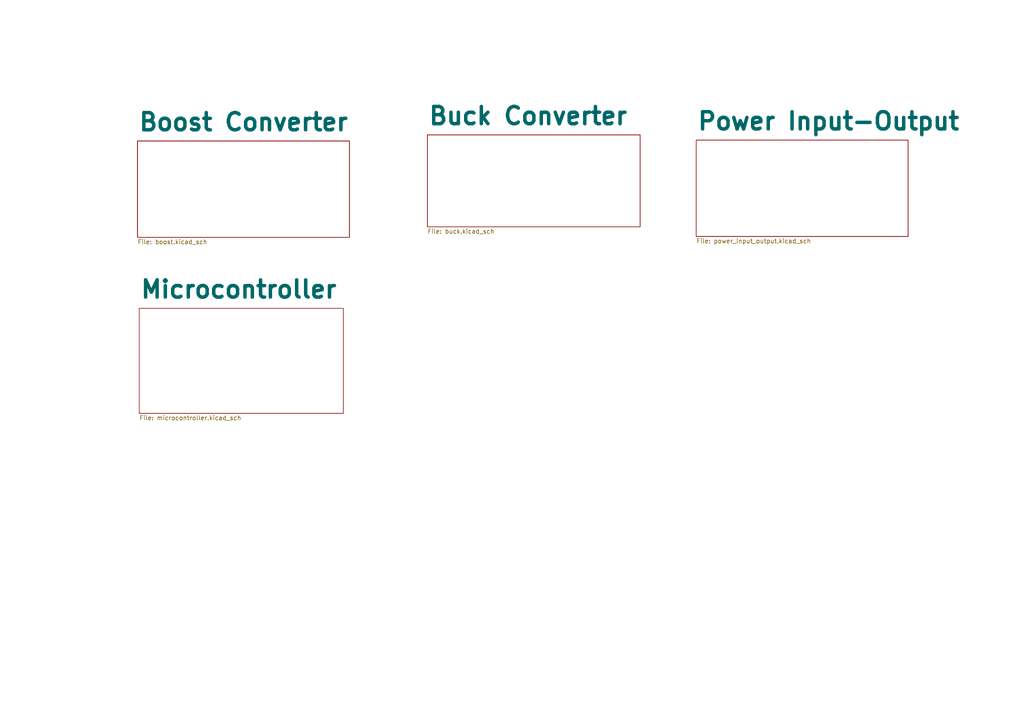
<source format=kicad_sch>
(kicad_sch
	(version 20231120)
	(generator "eeschema")
	(generator_version "8.0")
	(uuid "644fe1f4-d07d-42a2-bee7-c6f33838e399")
	(paper "A4")
	(lib_symbols)
	(sheet
		(at 39.878 40.894)
		(size 61.468 27.94)
		(fields_autoplaced yes)
		(stroke
			(width 0.1524)
			(type solid)
		)
		(fill
			(color 0 0 0 0.0000)
		)
		(uuid "96a5bfbb-4e4c-40da-9fc9-d9cf949c3b95")
		(property "Sheetname" "Boost Converter"
			(at 39.878 38.3174 0)
			(effects
				(font
					(size 5 5)
					(bold yes)
				)
				(justify left bottom)
			)
		)
		(property "Sheetfile" "boost.kicad_sch"
			(at 39.878 69.4186 0)
			(effects
				(font
					(size 1.27 1.27)
				)
				(justify left top)
			)
		)
		(instances
			(project "Bidirectional_Power_Converter_24V-12V_with_BMS"
				(path "/57ff2453-26d1-489b-aa83-9af273df178f/81802b0c-d137-483c-9072-3d8784bb4773"
					(page "6")
				)
			)
		)
	)
	(sheet
		(at 201.93 40.64)
		(size 61.468 27.94)
		(fields_autoplaced yes)
		(stroke
			(width 0.1524)
			(type solid)
		)
		(fill
			(color 0 0 0 0.0000)
		)
		(uuid "cbcfb458-b7e0-4da8-b5fd-1bc28b9dc262")
		(property "Sheetname" "Power Input-Output"
			(at 201.93 38.0634 0)
			(effects
				(font
					(size 5 5)
					(bold yes)
				)
				(justify left bottom)
			)
		)
		(property "Sheetfile" "power_input_output.kicad_sch"
			(at 201.93 69.1646 0)
			(effects
				(font
					(size 1.27 1.27)
				)
				(justify left top)
			)
		)
		(instances
			(project "Bidirectional_Power_Converter_24V-12V_with_BMS"
				(path "/57ff2453-26d1-489b-aa83-9af273df178f/81802b0c-d137-483c-9072-3d8784bb4773"
					(page "2")
				)
			)
		)
	)
	(sheet
		(at 123.952 39.116)
		(size 61.722 26.67)
		(fields_autoplaced yes)
		(stroke
			(width 0.1524)
			(type solid)
		)
		(fill
			(color 0 0 0 0.0000)
		)
		(uuid "ebfaa78a-1358-458a-b207-86dd3b22cb8b")
		(property "Sheetname" "Buck Converter"
			(at 123.952 36.5394 0)
			(effects
				(font
					(size 5 5)
					(bold yes)
				)
				(justify left bottom)
			)
		)
		(property "Sheetfile" "buck.kicad_sch"
			(at 123.952 66.3706 0)
			(effects
				(font
					(size 1.27 1.27)
				)
				(justify left top)
			)
		)
		(instances
			(project "Bidirectional_Power_Converter_24V-12V_with_BMS"
				(path "/57ff2453-26d1-489b-aa83-9af273df178f/81802b0c-d137-483c-9072-3d8784bb4773"
					(page "7")
				)
			)
		)
	)
	(sheet
		(at 40.386 89.408)
		(size 59.182 30.48)
		(fields_autoplaced yes)
		(stroke
			(width 0.1524)
			(type solid)
		)
		(fill
			(color 0 0 0 0.0000)
		)
		(uuid "f87999f5-112b-4026-89ab-8eff644965f1")
		(property "Sheetname" "Microcontroller"
			(at 40.386 86.8314 0)
			(effects
				(font
					(size 5 5)
					(bold yes)
				)
				(justify left bottom)
			)
		)
		(property "Sheetfile" "microcontroller.kicad_sch"
			(at 40.386 120.4726 0)
			(effects
				(font
					(size 1.27 1.27)
				)
				(justify left top)
			)
		)
		(instances
			(project "Bidirectional_Power_Converter_24V-12V_with_BMS"
				(path "/57ff2453-26d1-489b-aa83-9af273df178f/81802b0c-d137-483c-9072-3d8784bb4773"
					(page "8")
				)
			)
		)
	)
)
</source>
